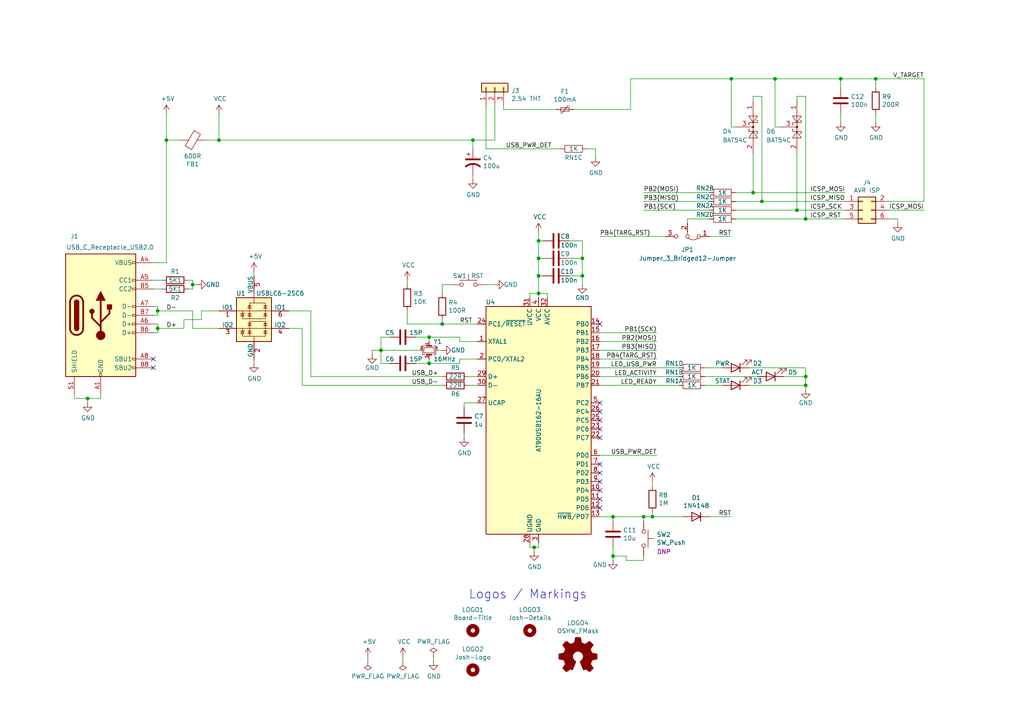
<source format=kicad_sch>
(kicad_sch (version 20201015) (generator eeschema)
  (page 1 1)
  (paper "A4")
  (title_block (title "AVRISP-MKII") (date "2020-11-20") (rev "0.2") (company "Josh Johnson"))
  (lib_symbols
    (symbol "avrisp-mkII-rescue:+5V-power" (power) (pin_names (offset 0))
      (property "Value" "+5V-power" (at 0 3.556 0))
      (symbol "+5V-power_1_1"
        (pin power_in line (at 0 0 90) (length 0) hide (name "+5V") (number "1"))
      )
    )
    (symbol "avrisp-mkII-rescue:AT90USB162-16AU-MCU_Microchip_AVR"
      (property "Reference" "U" (at -15.24 34.29 0))
      (property "Value" "AT90USB162-16AU-MCU_Microchip_AVR" (at 2.54 -34.29 0))
      (symbol "AT90USB162-16AU-MCU_Microchip_AVR_1_1"
        (pin input line (at -17.78 22.86 0) (length 2.54) (name "XTAL1") (number "1"))
        (pin bidirectional line (at 17.78 -20.32 180) (length 2.54) (name "PD4") (number "10"))
        (pin bidirectional line (at 17.78 -22.86 180) (length 2.54) (name "PD5") (number "11"))
        (pin bidirectional line (at 17.78 -25.4 180) (length 2.54) (name "PD6") (number "12"))
        (pin bidirectional line (at 17.78 -27.94 180) (length 2.54) (name "~HWB~/PD7") (number "13"))
        (pin bidirectional line (at 17.78 27.94 180) (length 2.54) (name "PB0") (number "14"))
        (pin bidirectional line (at 17.78 25.4 180) (length 2.54) (name "PB1") (number "15"))
        (pin bidirectional line (at 17.78 22.86 180) (length 2.54) (name "PB2") (number "16"))
        (pin bidirectional line (at 17.78 20.32 180) (length 2.54) (name "PB3") (number "17"))
        (pin bidirectional line (at 17.78 17.78 180) (length 2.54) (name "PB4") (number "18"))
        (pin bidirectional line (at 17.78 15.24 180) (length 2.54) (name "PB5") (number "19"))
        (pin bidirectional line (at -17.78 17.78 0) (length 2.54) (name "PC0/XTAL2") (number "2"))
        (pin bidirectional line (at 17.78 12.7 180) (length 2.54) (name "PB6") (number "20"))
        (pin bidirectional line (at 17.78 10.16 180) (length 2.54) (name "PB7") (number "21"))
        (pin bidirectional line (at 17.78 -5.08 180) (length 2.54) (name "PC7") (number "22"))
        (pin bidirectional line (at 17.78 -2.54 180) (length 2.54) (name "PC6") (number "23"))
        (pin bidirectional line (at -17.78 27.94 0) (length 2.54) (name "PC1/~RESET") (number "24"))
        (pin bidirectional line (at 17.78 0 180) (length 2.54) (name "PC5") (number "25"))
        (pin bidirectional line (at 17.78 2.54 180) (length 2.54) (name "PC4") (number "26"))
        (pin passive line (at -17.78 5.08 0) (length 2.54) (name "UCAP") (number "27"))
        (pin power_in line (at -2.54 -35.56 90) (length 2.54) (name "UGND") (number "28"))
        (pin bidirectional line (at -17.78 12.7 0) (length 2.54) (name "D+") (number "29"))
        (pin power_in line (at 0 -35.56 90) (length 2.54) (name "GND") (number "3"))
        (pin bidirectional line (at -17.78 10.16 0) (length 2.54) (name "D-") (number "30"))
        (pin power_in line (at -2.54 35.56 270) (length 2.54) (name "UVCC") (number "31"))
        (pin power_in line (at 2.54 35.56 270) (length 2.54) (name "AVCC") (number "32"))
        (pin power_in line (at 0 35.56 270) (length 2.54) (name "VCC") (number "4"))
        (pin bidirectional line (at 17.78 5.08 180) (length 2.54) (name "PC2") (number "5"))
        (pin bidirectional line (at 17.78 -10.16 180) (length 2.54) (name "PD0") (number "6"))
        (pin bidirectional line (at 17.78 -12.7 180) (length 2.54) (name "PD1") (number "7"))
        (pin bidirectional line (at 17.78 -15.24 180) (length 2.54) (name "PD2") (number "8"))
        (pin bidirectional line (at 17.78 -17.78 180) (length 2.54) (name "PD3") (number "9"))
      )
    )
    (symbol "avrisp-mkII-rescue:BAT54C-Diode" (pin_names (offset 1.016))
      (property "Reference" "D" (at 0.635 -3.81 0))
      (property "Value" "BAT54C-Diode" (at -6.35 3.175 0))
      (symbol "BAT54C-Diode_1_1"
        (pin passive line (at -7.62 0 0) (length 3.81) (name "~") (number "1"))
        (pin passive line (at 7.62 0 180) (length 3.81) (name "~") (number "2"))
        (pin passive line (at 0 -5.08 90) (length 5.08) (name "~") (number "3"))
      )
    )
    (symbol "avrisp-mkII-rescue:C-Device" (pin_numbers hide) (pin_names (offset 0.254))
      (property "Reference" "C" (at 0.635 2.54 0))
      (property "Value" "C-Device" (at 0.635 -2.54 0))
      (symbol "C-Device_1_1"
        (pin passive line (at 0 3.81 270) (length 2.794) (name "~") (number "1"))
        (pin passive line (at 0 -3.81 90) (length 2.794) (name "~") (number "2"))
      )
    )
    (symbol "avrisp-mkII-rescue:CP1-Device" (pin_numbers hide) (pin_names (offset 0.254) hide)
      (property "Reference" "C" (at 0.635 2.54 0))
      (property "Value" "CP1-Device" (at 0.635 -2.54 0))
      (symbol "CP1-Device_1_1"
        (pin passive line (at 0 3.81 270) (length 2.794) (name "~") (number "1"))
        (pin passive line (at 0 -3.81 90) (length 3.302) (name "~") (number "2"))
      )
    )
    (symbol "avrisp-mkII-rescue:Conn_01x03-Connector_Generic" (pin_names (offset 1.016) hide)
      (property "Reference" "J" (at 0 5.08 0))
      (property "Value" "Conn_01x03-Connector_Generic" (at 0 -5.08 0))
      (symbol "Conn_01x03-Connector_Generic_1_1"
        (pin passive line (at -5.08 2.54 0) (length 3.81) (name "Pin_1") (number "1"))
        (pin passive line (at -5.08 0 0) (length 3.81) (name "Pin_2") (number "2"))
        (pin passive line (at -5.08 -2.54 0) (length 3.81) (name "Pin_3") (number "3"))
      )
    )
    (symbol "avrisp-mkII-rescue:Conn_02x03_Odd_Even-Connector_Generic" (pin_names (offset 1.016) hide)
      (property "Reference" "J" (at 1.27 5.08 0))
      (property "Value" "Conn_02x03_Odd_Even-Connector_Generic" (at 1.27 -5.08 0))
      (symbol "Conn_02x03_Odd_Even-Connector_Generic_1_1"
        (pin passive line (at -5.08 2.54 0) (length 3.81) (name "Pin_1") (number "1"))
        (pin passive line (at 7.62 2.54 180) (length 3.81) (name "Pin_2") (number "2"))
        (pin passive line (at -5.08 0 0) (length 3.81) (name "Pin_3") (number "3"))
        (pin passive line (at 7.62 0 180) (length 3.81) (name "Pin_4") (number "4"))
        (pin passive line (at -5.08 -2.54 0) (length 3.81) (name "Pin_5") (number "5"))
        (pin passive line (at 7.62 -2.54 180) (length 3.81) (name "Pin_6") (number "6"))
      )
    )
    (symbol "avrisp-mkII-rescue:Crystal_GND24_Small-Device" (pin_names (offset 1.016) hide)
      (property "Reference" "Y" (at 1.27 4.445 0))
      (property "Value" "Crystal_GND24_Small-Device" (at 1.27 2.54 0))
      (symbol "Crystal_GND24_Small-Device_1_1"
        (pin passive line (at -2.54 0 0) (length 1.27) (name "1") (number "1"))
        (pin passive line (at 0 -2.54 90) (length 0.635) (name "2") (number "2"))
        (pin passive line (at 2.54 0 180) (length 1.27) (name "3") (number "3"))
        (pin passive line (at 0 2.54 270) (length 0.635) (name "4") (number "4"))
      )
    )
    (symbol "avrisp-mkII-rescue:D-Device" (pin_numbers hide) (pin_names (offset 1.016) hide)
      (property "Reference" "D" (at 0 2.54 0))
      (property "Value" "D-Device" (at 0 -2.54 0))
      (symbol "D-Device_1_1"
        (pin passive line (at -3.81 0 0) (length 2.54) (name "K") (number "1"))
        (pin passive line (at 3.81 0 180) (length 2.54) (name "A") (number "2"))
      )
    )
    (symbol "avrisp-mkII-rescue:GND-power" (power) (pin_names (offset 0))
      (property "Value" "GND-power" (at 0 -3.81 0))
      (symbol "GND-power_1_1"
        (pin power_in line (at 0 0 270) (length 0) hide (name "GND") (number "1"))
      )
    )
    (symbol "avrisp-mkII-rescue:Jumper_3_Bridged12-Jumper" (pin_names (offset 0) hide)
      (property "Reference" "JP" (at -2.54 -2.54 0))
      (property "Value" "Jumper_3_Bridged12-Jumper" (at 0 2.794 0))
      (symbol "Jumper_3_Bridged12-Jumper_1_1"
        (pin passive line (at -6.35 0 0) (length 2.54) (name "A") (number "1"))
        (pin input line (at 0 -3.81 90) (length 2.54) (name "C") (number "2"))
        (pin passive line (at 6.35 0 180) (length 2.54) (name "B") (number "3"))
      )
    )
    (symbol "avrisp-mkII-rescue:LED-Device" (pin_numbers hide) (pin_names (offset 1.016) hide)
      (property "Reference" "D" (at 0 2.54 0))
      (property "Value" "LED-Device" (at 0 -2.54 0))
      (symbol "LED-Device_1_1"
        (pin passive line (at -3.81 0 0) (length 2.54) (name "K") (number "1"))
        (pin passive line (at 3.81 0 180) (length 2.54) (name "A") (number "2"))
      )
    )
    (symbol "avrisp-mkII-rescue:Logo_Open_Hardware_Small-Graphic" (pin_names (offset 1.016)))
    (symbol "avrisp-mkII-rescue:MountingHole-Mechanical" (pin_names (offset 1.016))
      (property "Reference" "H" (at 0 5.08 0))
      (property "Value" "MountingHole-Mechanical" (at 0 3.175 0))
    )
    (symbol "avrisp-mkII-rescue:PWR_FLAG-power" (power) (pin_numbers hide) (pin_names (offset 0) hide)
      (property "Value" "PWR_FLAG-power" (at 0 3.81 0))
      (symbol "PWR_FLAG-power_0_0"
        (pin power_out line (at 0 0 90) (length 0) (name "pwr") (number "1"))
      )
    )
    (symbol "avrisp-mkII-rescue:Polyfuse_Small-Device" (pin_numbers hide) (pin_names (offset 0))
      (property "Reference" "F" (at -1.905 0 90))
      (property "Value" "Polyfuse_Small-Device" (at 1.905 0 90))
      (symbol "Polyfuse_Small-Device_1_1"
        (pin passive line (at 0 2.54 270) (length 0.635) (name "~") (number "1"))
        (pin passive line (at 0 -2.54 90) (length 0.635) (name "~") (number "2"))
      )
    )
    (symbol "avrisp-mkII-rescue:R-Device" (pin_numbers hide) (pin_names (offset 0))
      (property "Reference" "R" (at 2.032 0 90))
      (property "Value" "R-Device" (at 0 0 90))
      (symbol "R-Device_1_1"
        (pin passive line (at 0 3.81 270) (length 1.27) (name "~") (number "1"))
        (pin passive line (at 0 -3.81 90) (length 1.27) (name "~") (number "2"))
      )
    )
    (symbol "avrisp-mkII-rescue:SW_Push-Switch" (pin_numbers hide) (pin_names (offset 1.016) hide)
      (property "Reference" "SW" (at 1.27 2.54 0))
      (property "Value" "SW_Push-Switch" (at 0 -1.524 0))
      (symbol "SW_Push-Switch_0_1"
        (pin passive line (at -5.08 0 0) (length 2.54) (name "1") (number "1"))
        (pin passive line (at 5.08 0 180) (length 2.54) (name "2") (number "2"))
      )
    )
    (symbol "avrisp-mkII-rescue:USB_C_Receptacle_USB2.0-Connector" (pin_names (offset 1.016))
      (property "Reference" "J" (at -10.16 19.05 0))
      (property "Value" "USB_C_Receptacle_USB2.0-Connector" (at 19.05 19.05 0))
      (symbol "USB_C_Receptacle_USB2.0-Connector_1_1"
        (pin power_in line (at 0 -22.86 90) (length 5.08) (name "GND") (number "A1"))
        (pin passive line (at 0 -22.86 90) (length 5.08) hide (name "GND") (number "A12"))
        (pin power_in line (at 15.24 15.24 180) (length 5.08) (name "VBUS") (number "A4"))
        (pin bidirectional line (at 15.24 10.16 180) (length 5.08) (name "CC1") (number "A5"))
        (pin bidirectional line (at 15.24 -2.54 180) (length 5.08) (name "D+") (number "A6"))
        (pin bidirectional line (at 15.24 2.54 180) (length 5.08) (name "D-") (number "A7"))
        (pin bidirectional line (at 15.24 -12.7 180) (length 5.08) (name "SBU1") (number "A8"))
        (pin passive line (at 15.24 15.24 180) (length 5.08) hide (name "VBUS") (number "A9"))
        (pin passive line (at 0 -22.86 90) (length 5.08) hide (name "GND") (number "B1"))
        (pin passive line (at 0 -22.86 90) (length 5.08) hide (name "GND") (number "B12"))
        (pin passive line (at 15.24 15.24 180) (length 5.08) hide (name "VBUS") (number "B4"))
        (pin bidirectional line (at 15.24 7.62 180) (length 5.08) (name "CC2") (number "B5"))
        (pin bidirectional line (at 15.24 -5.08 180) (length 5.08) (name "D+") (number "B6"))
        (pin bidirectional line (at 15.24 0 180) (length 5.08) (name "D-") (number "B7"))
        (pin bidirectional line (at 15.24 -15.24 180) (length 5.08) (name "SBU2") (number "B8"))
        (pin passive line (at 15.24 15.24 180) (length 5.08) hide (name "VBUS") (number "B9"))
        (pin passive line (at -7.62 -22.86 90) (length 5.08) (name "SHIELD") (number "S1"))
      )
    )
    (symbol "avrisp-mkII-rescue:VCC-power" (power) (pin_names (offset 0))
      (property "Value" "VCC-power" (at 0 3.81 0))
      (symbol "VCC-power_1_1"
        (pin power_in line (at 0 0 90) (length 0) hide (name "VCC") (number "1"))
      )
    )
    (symbol "josh-ic:USBLC6-2SC6" (pin_names (offset 0))
      (property "Reference" "U" (at -7.62 8.89 0))
      (property "Value" "USBLC6-2SC6" (at 7.62 7.62 0))
      (symbol "USBLC6-2SC6_1_1"
        (pin passive line (at -10.16 2.54 0) (length 5.08) (name "IO1") (number "1"))
        (pin passive line (at 0 -11.43 90) (length 5.08) (name "GND") (number "2"))
        (pin passive line (at -10.16 -2.54 0) (length 5.08) (name "IO2") (number "3"))
        (pin passive line (at 10.16 -2.54 180) (length 5.08) (name "IO2") (number "4"))
        (pin passive line (at 0 12.7 270) (length 5.08) (name "VBUS") (number "5"))
        (pin passive line (at 10.16 2.54 180) (length 5.08) (name "IO1") (number "6"))
      )
    )
    (symbol "josh-passive:Ferrite_Bead_PWR" (pin_numbers hide) (pin_names (offset 0))
      (property "Reference" "FB" (at -2.54 1.27 0))
      (property "Value" "Ferrite_Bead_PWR" (at 0 3.81 0))
      (symbol "Ferrite_Bead_PWR_1_1"
        (pin power_out line (at 3.81 0 180) (length 2.54) (name "~") (number "1"))
        (pin passive line (at -3.81 0 0) (length 2.54) (name "~") (number "2"))
      )
    )
    (symbol "josh-passive:RN" (pin_numbers hide) (pin_names (offset 0))
      (property "Reference" "RN" (at 0 1.778 0))
      (property "Value" "RN" (at 0 0 0))
      (symbol "RN_1_1"
        (pin passive line (at -3.81 0 0) (length 1.27) (name "~") (number "4"))
        (pin passive line (at 3.81 0 180) (length 1.27) (name "~") (number "5"))
      )
      (symbol "RN_2_1"
        (pin passive line (at -3.81 0 0) (length 1.27) (name "~") (number "3"))
        (pin passive line (at 3.81 0 180) (length 1.27) (name "~") (number "6"))
      )
      (symbol "RN_3_1"
        (pin passive line (at -3.81 0 0) (length 1.27) (name "~") (number "2"))
        (pin passive line (at 3.81 0 180) (length 1.27) (name "~") (number "7"))
      )
      (symbol "RN_4_1"
        (pin passive line (at -3.81 0 0) (length 1.27) (name "~") (number "1"))
        (pin passive line (at 3.81 0 180) (length 1.27) (name "~") (number "8"))
      )
    )
  )
  (junction (at 25.4 115.57) (diameter 0.9144))
  (junction (at 45.72 90.17) (diameter 0.9144))
  (junction (at 45.72 95.25) (diameter 0.9144))
  (junction (at 48.26 40.64) (diameter 0.9144))
  (junction (at 55.88 82.55) (diameter 0.9144))
  (junction (at 63.5 40.64) (diameter 0.9144))
  (junction (at 110.49 101.6) (diameter 0.9144))
  (junction (at 124.46 97.79) (diameter 0.9144))
  (junction (at 124.46 105.41) (diameter 0.9144))
  (junction (at 128.27 93.98) (diameter 0.9144))
  (junction (at 137.16 40.64) (diameter 0.9144))
  (junction (at 154.94 158.75) (diameter 0.9144))
  (junction (at 156.21 69.85) (diameter 0.9144))
  (junction (at 156.21 74.93) (diameter 0.9144))
  (junction (at 156.21 80.01) (diameter 0.9144))
  (junction (at 156.21 85.09) (diameter 0.9144))
  (junction (at 168.91 74.93) (diameter 0.9144))
  (junction (at 168.91 80.01) (diameter 0.9144))
  (junction (at 177.8 149.86) (diameter 0.9144))
  (junction (at 177.8 161.29) (diameter 0.9144))
  (junction (at 186.69 149.86) (diameter 0.9144))
  (junction (at 189.23 149.86) (diameter 0.9144))
  (junction (at 212.09 22.86) (diameter 0.9144))
  (junction (at 218.44 55.88) (diameter 0.9144))
  (junction (at 220.98 58.42) (diameter 0.9144))
  (junction (at 224.79 22.86) (diameter 0.9144))
  (junction (at 231.14 60.96) (diameter 0.9144))
  (junction (at 233.68 63.5) (diameter 0.9144))
  (junction (at 233.68 109.22) (diameter 0.9144))
  (junction (at 233.68 111.76) (diameter 0.9144))
  (junction (at 243.84 22.86) (diameter 0.9144))
  (junction (at 254 22.86) (diameter 0.9144))
  (no_connect (at 173.99 139.7))
  (no_connect (at 173.99 127))
  (no_connect (at 173.99 124.46))
  (no_connect (at 44.45 106.68))
  (no_connect (at 173.99 144.78))
  (no_connect (at 173.99 134.62))
  (no_connect (at 44.45 104.14))
  (no_connect (at 173.99 121.92))
  (no_connect (at 173.99 137.16))
  (no_connect (at 173.99 142.24))
  (no_connect (at 173.99 116.84))
  (no_connect (at 173.99 119.38))
  (no_connect (at 173.99 147.32))
  (no_connect (at 173.99 93.98))
  (wire (pts (xy 21.59 115.57) (xy 21.59 114.3)))
  (wire (pts (xy 25.4 115.57) (xy 21.59 115.57)))
  (wire (pts (xy 25.4 116.84) (xy 25.4 115.57)))
  (wire (pts (xy 29.21 114.3) (xy 29.21 115.57)))
  (wire (pts (xy 29.21 115.57) (xy 25.4 115.57)))
  (wire (pts (xy 44.45 76.2) (xy 48.26 76.2)))
  (wire (pts (xy 44.45 81.28) (xy 46.99 81.28)))
  (wire (pts (xy 44.45 88.9) (xy 45.72 88.9)))
  (wire (pts (xy 44.45 93.98) (xy 45.72 93.98)))
  (wire (pts (xy 45.72 88.9) (xy 45.72 90.17)))
  (wire (pts (xy 45.72 90.17) (xy 45.72 91.44)))
  (wire (pts (xy 45.72 90.17) (xy 55.88 90.17)))
  (wire (pts (xy 45.72 91.44) (xy 44.45 91.44)))
  (wire (pts (xy 45.72 93.98) (xy 45.72 95.25)))
  (wire (pts (xy 45.72 95.25) (xy 45.72 96.52)))
  (wire (pts (xy 45.72 95.25) (xy 53.34 95.25)))
  (wire (pts (xy 45.72 96.52) (xy 44.45 96.52)))
  (wire (pts (xy 46.99 83.82) (xy 44.45 83.82)))
  (wire (pts (xy 48.26 33.02) (xy 48.26 40.64)))
  (wire (pts (xy 48.26 40.64) (xy 52.07 40.64)))
  (wire (pts (xy 48.26 76.2) (xy 48.26 40.64)))
  (wire (pts (xy 53.34 92.71) (xy 58.42 92.71)))
  (wire (pts (xy 53.34 95.25) (xy 53.34 92.71)))
  (wire (pts (xy 54.61 81.28) (xy 55.88 81.28)))
  (wire (pts (xy 55.88 81.28) (xy 55.88 82.55)))
  (wire (pts (xy 55.88 82.55) (xy 55.88 83.82)))
  (wire (pts (xy 55.88 82.55) (xy 57.15 82.55)))
  (wire (pts (xy 55.88 83.82) (xy 54.61 83.82)))
  (wire (pts (xy 55.88 90.17) (xy 55.88 95.25)))
  (wire (pts (xy 55.88 95.25) (xy 63.5 95.25)))
  (wire (pts (xy 58.42 90.17) (xy 63.5 90.17)))
  (wire (pts (xy 58.42 92.71) (xy 58.42 90.17)))
  (wire (pts (xy 59.69 40.64) (xy 63.5 40.64)))
  (wire (pts (xy 63.5 33.02) (xy 63.5 40.64)))
  (wire (pts (xy 63.5 40.64) (xy 137.16 40.64)))
  (wire (pts (xy 73.66 78.74) (xy 73.66 80.01)))
  (wire (pts (xy 73.66 105.41) (xy 73.66 104.14)))
  (wire (pts (xy 87.63 95.25) (xy 83.82 95.25)))
  (wire (pts (xy 87.63 111.76) (xy 87.63 95.25)))
  (wire (pts (xy 90.17 90.17) (xy 83.82 90.17)))
  (wire (pts (xy 90.17 109.22) (xy 90.17 90.17)))
  (wire (pts (xy 106.68 190.5) (xy 106.68 191.77)))
  (wire (pts (xy 107.95 101.6) (xy 107.95 102.87)))
  (wire (pts (xy 107.95 101.6) (xy 110.49 101.6)))
  (wire (pts (xy 110.49 97.79) (xy 110.49 101.6)))
  (wire (pts (xy 110.49 101.6) (xy 110.49 105.41)))
  (wire (pts (xy 110.49 101.6) (xy 121.92 101.6)))
  (wire (pts (xy 110.49 105.41) (xy 113.03 105.41)))
  (wire (pts (xy 113.03 97.79) (xy 110.49 97.79)))
  (wire (pts (xy 116.84 190.5) (xy 116.84 191.77)))
  (wire (pts (xy 118.11 81.28) (xy 118.11 82.55)))
  (wire (pts (xy 118.11 90.17) (xy 118.11 93.98)))
  (wire (pts (xy 118.11 93.98) (xy 128.27 93.98)))
  (wire (pts (xy 120.65 97.79) (xy 124.46 97.79)))
  (wire (pts (xy 120.65 105.41) (xy 124.46 105.41)))
  (wire (pts (xy 124.46 97.79) (xy 133.35 97.79)))
  (wire (pts (xy 124.46 99.06) (xy 124.46 97.79)))
  (wire (pts (xy 124.46 104.14) (xy 124.46 105.41)))
  (wire (pts (xy 124.46 105.41) (xy 133.35 105.41)))
  (wire (pts (xy 125.73 191.77) (xy 125.73 190.5)))
  (wire (pts (xy 128.27 82.55) (xy 128.27 85.09)))
  (wire (pts (xy 128.27 92.71) (xy 128.27 93.98)))
  (wire (pts (xy 128.27 93.98) (xy 138.43 93.98)))
  (wire (pts (xy 128.27 101.6) (xy 127 101.6)))
  (wire (pts (xy 128.27 109.22) (xy 90.17 109.22)))
  (wire (pts (xy 128.27 111.76) (xy 87.63 111.76)))
  (wire (pts (xy 130.81 82.55) (xy 128.27 82.55)))
  (wire (pts (xy 133.35 97.79) (xy 133.35 99.06)))
  (wire (pts (xy 133.35 99.06) (xy 138.43 99.06)))
  (wire (pts (xy 133.35 104.14) (xy 138.43 104.14)))
  (wire (pts (xy 133.35 105.41) (xy 133.35 104.14)))
  (wire (pts (xy 134.62 116.84) (xy 134.62 118.11)))
  (wire (pts (xy 134.62 125.73) (xy 134.62 127)))
  (wire (pts (xy 135.89 109.22) (xy 138.43 109.22)))
  (wire (pts (xy 135.89 111.76) (xy 138.43 111.76)))
  (wire (pts (xy 137.16 40.64) (xy 137.16 43.18)))
  (wire (pts (xy 137.16 40.64) (xy 143.51 40.64)))
  (wire (pts (xy 137.16 50.8) (xy 137.16 52.07)))
  (wire (pts (xy 138.43 116.84) (xy 134.62 116.84)))
  (wire (pts (xy 140.97 30.48) (xy 140.97 43.18)))
  (wire (pts (xy 140.97 43.18) (xy 162.56 43.18)))
  (wire (pts (xy 140.97 82.55) (xy 143.51 82.55)))
  (wire (pts (xy 143.51 40.64) (xy 143.51 30.48)))
  (wire (pts (xy 146.05 31.75) (xy 146.05 30.48)))
  (wire (pts (xy 153.67 85.09) (xy 156.21 85.09)))
  (wire (pts (xy 153.67 86.36) (xy 153.67 85.09)))
  (wire (pts (xy 153.67 157.48) (xy 153.67 158.75)))
  (wire (pts (xy 153.67 158.75) (xy 154.94 158.75)))
  (wire (pts (xy 154.94 158.75) (xy 156.21 158.75)))
  (wire (pts (xy 154.94 160.02) (xy 154.94 158.75)))
  (wire (pts (xy 156.21 67.31) (xy 156.21 69.85)))
  (wire (pts (xy 156.21 69.85) (xy 156.21 74.93)))
  (wire (pts (xy 156.21 74.93) (xy 156.21 80.01)))
  (wire (pts (xy 156.21 85.09) (xy 156.21 80.01)))
  (wire (pts (xy 156.21 85.09) (xy 156.21 86.36)))
  (wire (pts (xy 156.21 85.09) (xy 158.75 85.09)))
  (wire (pts (xy 156.21 158.75) (xy 156.21 157.48)))
  (wire (pts (xy 157.48 69.85) (xy 156.21 69.85)))
  (wire (pts (xy 157.48 74.93) (xy 156.21 74.93)))
  (wire (pts (xy 157.48 80.01) (xy 156.21 80.01)))
  (wire (pts (xy 158.75 85.09) (xy 158.75 86.36)))
  (wire (pts (xy 161.29 31.75) (xy 146.05 31.75)))
  (wire (pts (xy 165.1 69.85) (xy 168.91 69.85)))
  (wire (pts (xy 165.1 74.93) (xy 168.91 74.93)))
  (wire (pts (xy 165.1 80.01) (xy 168.91 80.01)))
  (wire (pts (xy 166.37 31.75) (xy 182.88 31.75)))
  (wire (pts (xy 168.91 69.85) (xy 168.91 74.93)))
  (wire (pts (xy 168.91 74.93) (xy 168.91 80.01)))
  (wire (pts (xy 168.91 80.01) (xy 168.91 82.55)))
  (wire (pts (xy 170.18 43.18) (xy 172.72 43.18)))
  (wire (pts (xy 172.72 43.18) (xy 172.72 45.72)))
  (wire (pts (xy 173.99 106.68) (xy 196.85 106.68)))
  (wire (pts (xy 173.99 109.22) (xy 196.85 109.22)))
  (wire (pts (xy 173.99 111.76) (xy 196.85 111.76)))
  (wire (pts (xy 173.99 132.08) (xy 190.5 132.08)))
  (wire (pts (xy 177.8 149.86) (xy 173.99 149.86)))
  (wire (pts (xy 177.8 151.13) (xy 177.8 149.86)))
  (wire (pts (xy 177.8 161.29) (xy 177.8 158.75)))
  (wire (pts (xy 177.8 162.56) (xy 177.8 161.29)))
  (wire (pts (xy 181.61 161.29) (xy 177.8 161.29)))
  (wire (pts (xy 181.61 162.56) (xy 181.61 161.29)))
  (wire (pts (xy 182.88 22.86) (xy 212.09 22.86)))
  (wire (pts (xy 182.88 31.75) (xy 182.88 22.86)))
  (wire (pts (xy 186.69 149.86) (xy 177.8 149.86)))
  (wire (pts (xy 186.69 151.13) (xy 186.69 149.86)))
  (wire (pts (xy 186.69 161.29) (xy 186.69 162.56)))
  (wire (pts (xy 186.69 162.56) (xy 181.61 162.56)))
  (wire (pts (xy 189.23 139.7) (xy 189.23 140.97)))
  (wire (pts (xy 189.23 148.59) (xy 189.23 149.86)))
  (wire (pts (xy 189.23 149.86) (xy 186.69 149.86)))
  (wire (pts (xy 190.5 96.52) (xy 173.99 96.52)))
  (wire (pts (xy 190.5 99.06) (xy 173.99 99.06)))
  (wire (pts (xy 190.5 101.6) (xy 173.99 101.6)))
  (wire (pts (xy 190.5 104.14) (xy 173.99 104.14)))
  (wire (pts (xy 193.04 68.58) (xy 173.99 68.58)))
  (wire (pts (xy 198.12 149.86) (xy 189.23 149.86)))
  (wire (pts (xy 199.39 63.5) (xy 205.74 63.5)))
  (wire (pts (xy 199.39 64.77) (xy 199.39 63.5)))
  (wire (pts (xy 204.47 109.22) (xy 219.71 109.22)))
  (wire (pts (xy 204.47 111.76) (xy 209.55 111.76)))
  (wire (pts (xy 205.74 55.88) (xy 186.69 55.88)))
  (wire (pts (xy 205.74 58.42) (xy 186.69 58.42)))
  (wire (pts (xy 205.74 60.96) (xy 186.69 60.96)))
  (wire (pts (xy 205.74 68.58) (xy 212.09 68.58)))
  (wire (pts (xy 209.55 106.68) (xy 204.47 106.68)))
  (wire (pts (xy 212.09 22.86) (xy 224.79 22.86)))
  (wire (pts (xy 212.09 36.83) (xy 212.09 22.86)))
  (wire (pts (xy 212.09 149.86) (xy 205.74 149.86)))
  (wire (pts (xy 213.36 36.83) (xy 212.09 36.83)))
  (wire (pts (xy 213.36 55.88) (xy 218.44 55.88)))
  (wire (pts (xy 213.36 58.42) (xy 220.98 58.42)))
  (wire (pts (xy 213.36 60.96) (xy 231.14 60.96)))
  (wire (pts (xy 213.36 63.5) (xy 233.68 63.5)))
  (wire (pts (xy 217.17 106.68) (xy 233.68 106.68)))
  (wire (pts (xy 217.17 111.76) (xy 233.68 111.76)))
  (wire (pts (xy 218.44 27.94) (xy 220.98 27.94)))
  (wire (pts (xy 218.44 29.21) (xy 218.44 27.94)))
  (wire (pts (xy 218.44 44.45) (xy 218.44 55.88)))
  (wire (pts (xy 218.44 55.88) (xy 245.11 55.88)))
  (wire (pts (xy 220.98 27.94) (xy 220.98 58.42)))
  (wire (pts (xy 220.98 58.42) (xy 245.11 58.42)))
  (wire (pts (xy 224.79 22.86) (xy 243.84 22.86)))
  (wire (pts (xy 224.79 36.83) (xy 224.79 22.86)))
  (wire (pts (xy 226.06 36.83) (xy 224.79 36.83)))
  (wire (pts (xy 227.33 109.22) (xy 233.68 109.22)))
  (wire (pts (xy 231.14 27.94) (xy 233.68 27.94)))
  (wire (pts (xy 231.14 29.21) (xy 231.14 27.94)))
  (wire (pts (xy 231.14 44.45) (xy 231.14 60.96)))
  (wire (pts (xy 231.14 60.96) (xy 245.11 60.96)))
  (wire (pts (xy 233.68 27.94) (xy 233.68 63.5)))
  (wire (pts (xy 233.68 63.5) (xy 245.11 63.5)))
  (wire (pts (xy 233.68 106.68) (xy 233.68 109.22)))
  (wire (pts (xy 233.68 109.22) (xy 233.68 111.76)))
  (wire (pts (xy 233.68 111.76) (xy 233.68 113.03)))
  (wire (pts (xy 243.84 22.86) (xy 243.84 25.4)))
  (wire (pts (xy 243.84 22.86) (xy 254 22.86)))
  (wire (pts (xy 243.84 33.02) (xy 243.84 35.56)))
  (wire (pts (xy 254 22.86) (xy 267.97 22.86)))
  (wire (pts (xy 254 25.4) (xy 254 22.86)))
  (wire (pts (xy 254 33.02) (xy 254 35.56)))
  (wire (pts (xy 257.81 58.42) (xy 267.97 58.42)))
  (wire (pts (xy 257.81 60.96) (xy 267.97 60.96)))
  (wire (pts (xy 257.81 63.5) (xy 260.35 63.5)))
  (wire (pts (xy 260.35 63.5) (xy 260.35 64.77)))
  (wire (pts (xy 267.97 22.86) (xy 267.97 58.42)))
  (text "Logos / Markings" (at 135.89 173.99 0) (effects (font (size 2.54 2.54)) (justify left bottom)))
  (label "D-" (at 48.26 90.17 0))
  (label "D+" (at 48.26 95.25 0))
  (label "USB_D+" (at 119.38 109.22 0))
  (label "USB_D-" (at 119.38 111.76 0))
  (label "RST" (at 133.35 93.98 0))
  (label "USB_PWR_DET" (at 160.02 43.18 180))
  (label "PB4(TARG_RST)" (at 173.99 68.58 0))
  (label "PB2(MOSI)" (at 186.69 55.88 0))
  (label "PB3(MISO)" (at 186.69 58.42 0))
  (label "PB1(SCK)" (at 186.69 60.96 0))
  (label "PB1(SCK)" (at 190.5 96.52 180))
  (label "PB2(MOSI)" (at 190.5 99.06 180))
  (label "PB3(MISO)" (at 190.5 101.6 180))
  (label "PB4(TARG_RST)" (at 190.5 104.14 180))
  (label "LED_USB_PWR" (at 190.5 106.68 180))
  (label "LED_ACTIVITY" (at 190.5 109.22 180))
  (label "LED_READY" (at 190.5 111.76 180))
  (label "USB_PWR_DET" (at 190.5 132.08 180))
  (label "RST" (at 212.09 68.58 180))
  (label "RST" (at 212.09 149.86 180))
  (label "ICSP_MISO" (at 234.95 58.42 0))
  (label "ICSP_SCK" (at 234.95 60.96 0))
  (label "ICSP_RST" (at 234.95 63.5 0))
  (label "ICSP_MOSI" (at 245.11 55.88 180))
  (label "V_TARGET" (at 267.97 22.86 180))
  (label "ICSP_MOSI" (at 267.97 60.96 180))
  (symbol (lib_id "avrisp-mkII-rescue:PWR_FLAG-power") (at 106.68 191.77 180) (unit 1)
    (property "Reference" "#FLG01" (effects hide))
    (property "Value" "PWR_FLAG" (at 106.68 196.1642 0))
  )
  (symbol (lib_id "avrisp-mkII-rescue:PWR_FLAG-power") (at 116.84 191.77 180) (unit 1)
    (property "Reference" "#FLG02" (effects hide))
    (property "Value" "PWR_FLAG" (at 116.84 196.1642 0))
  )
  (symbol (lib_id "avrisp-mkII-rescue:PWR_FLAG-power") (at 125.73 190.5 0) (unit 1)
    (property "Reference" "#FLG03" (effects hide))
    (property "Value" "PWR_FLAG" (at 125.73 186.1058 0))
  )
  (symbol (lib_id "avrisp-mkII-rescue:+5V-power") (at 48.26 33.02 0) (unit 1)
    (property "Reference" "#PWR03" (effects hide))
    (property "Value" "+5V" (at 48.641 28.6258 0))
  )
  (symbol (lib_id "avrisp-mkII-rescue:VCC-power") (at 63.5 33.02 0) (unit 1)
    (property "Reference" "#PWR0101" (effects hide))
    (property "Value" "VCC" (at 63.881 28.6258 0))
  )
  (symbol (lib_id "avrisp-mkII-rescue:+5V-power") (at 73.66 78.74 0) (unit 1)
    (property "Reference" "#PWR05" (effects hide))
    (property "Value" "+5V" (at 74.041 74.3458 0))
  )
  (symbol (lib_id "avrisp-mkII-rescue:+5V-power") (at 106.68 190.5 0) (unit 1)
    (property "Reference" "#PWR012" (effects hide))
    (property "Value" "+5V" (at 107.061 186.1058 0))
  )
  (symbol (lib_id "avrisp-mkII-rescue:VCC-power") (at 116.84 190.5 0) (unit 1)
    (property "Reference" "#PWR015" (effects hide))
    (property "Value" "VCC" (at 117.221 186.1058 0))
  )
  (symbol (lib_id "avrisp-mkII-rescue:VCC-power") (at 118.11 81.28 0) (unit 1)
    (property "Reference" "#PWR016" (effects hide))
    (property "Value" "VCC" (at 118.491 76.8858 0))
  )
  (symbol (lib_id "avrisp-mkII-rescue:VCC-power") (at 156.21 67.31 0) (unit 1)
    (property "Reference" "#PWR023" (effects hide))
    (property "Value" "VCC" (at 156.591 62.9158 0))
  )
  (symbol (lib_id "avrisp-mkII-rescue:VCC-power") (at 189.23 139.7 0) (unit 1)
    (property "Reference" "#PWR027" (effects hide))
    (property "Value" "VCC" (at 189.611 135.3058 0))
  )
  (symbol (lib_id "avrisp-mkII-rescue:GND-power") (at 25.4 116.84 0) (unit 1)
    (property "Reference" "#PWR01" (effects hide))
    (property "Value" "GND" (at 25.527 121.2342 0))
  )
  (symbol (lib_id "avrisp-mkII-rescue:GND-power") (at 57.15 82.55 90) (unit 1)
    (property "Reference" "#PWR02" (effects hide))
    (property "Value" "GND" (at 59.69 82.55 90) (effects (justify right)))
  )
  (symbol (lib_id "avrisp-mkII-rescue:GND-power") (at 73.66 105.41 0) (unit 1)
    (property "Reference" "#PWR06" (effects hide))
    (property "Value" "GND" (at 73.787 109.8042 0))
  )
  (symbol (lib_id "avrisp-mkII-rescue:GND-power") (at 107.95 102.87 0) (unit 1)
    (property "Reference" "#PWR013" (effects hide))
    (property "Value" "GND" (at 107.95 106.68 0))
  )
  (symbol (lib_id "avrisp-mkII-rescue:GND-power") (at 125.73 191.77 0) (unit 1)
    (property "Reference" "#PWR017" (effects hide))
    (property "Value" "GND" (at 125.857 196.1642 0))
  )
  (symbol (lib_id "avrisp-mkII-rescue:GND-power") (at 128.27 101.6 90) (unit 1)
    (property "Reference" "#PWR018" (effects hide))
    (property "Value" "GND" (at 130.81 101.6 90) (effects (justify right)))
  )
  (symbol (lib_id "avrisp-mkII-rescue:GND-power") (at 134.62 127 0) (unit 1)
    (property "Reference" "#PWR020" (effects hide))
    (property "Value" "GND" (at 134.747 131.3942 0))
  )
  (symbol (lib_id "avrisp-mkII-rescue:GND-power") (at 137.16 52.07 0) (unit 1)
    (property "Reference" "#PWR014" (effects hide))
    (property "Value" "GND" (at 137.287 56.4642 0))
  )
  (symbol (lib_id "avrisp-mkII-rescue:GND-power") (at 143.51 82.55 90) (unit 1)
    (property "Reference" "#PWR021" (effects hide))
    (property "Value" "GND" (at 146.05 82.55 90) (effects (justify right)))
  )
  (symbol (lib_id "avrisp-mkII-rescue:GND-power") (at 154.94 160.02 0) (unit 1)
    (property "Reference" "#PWR022" (effects hide))
    (property "Value" "GND" (at 155.067 164.4142 0))
  )
  (symbol (lib_id "avrisp-mkII-rescue:GND-power") (at 168.91 82.55 0) (unit 1)
    (property "Reference" "#PWR024" (effects hide))
    (property "Value" "GND" (at 168.91 86.36 0))
  )
  (symbol (lib_id "avrisp-mkII-rescue:GND-power") (at 172.72 45.72 0) (unit 1)
    (property "Reference" "#PWR025" (effects hide))
    (property "Value" "GND" (at 172.847 50.1142 0))
  )
  (symbol (lib_id "avrisp-mkII-rescue:GND-power") (at 177.8 162.56 0) (unit 1)
    (property "Reference" "#PWR026" (effects hide))
    (property "Value" "GND" (at 173.99 163.83 0))
  )
  (symbol (lib_id "avrisp-mkII-rescue:GND-power") (at 233.68 113.03 0) (unit 1)
    (property "Reference" "#PWR028" (effects hide))
    (property "Value" "GND" (at 233.68 116.84 0))
  )
  (symbol (lib_id "avrisp-mkII-rescue:GND-power") (at 243.84 35.56 0) (unit 1)
    (property "Reference" "#PWR029" (effects hide))
    (property "Value" "GND" (at 243.967 39.9542 0))
  )
  (symbol (lib_id "avrisp-mkII-rescue:GND-power") (at 254 35.56 0) (unit 1)
    (property "Reference" "#PWR030" (effects hide))
    (property "Value" "GND" (at 254.127 39.9542 0))
  )
  (symbol (lib_id "avrisp-mkII-rescue:GND-power") (at 260.35 64.77 0) (unit 1)
    (property "Reference" "#PWR031" (effects hide))
    (property "Value" "GND" (at 260.477 69.1642 0))
  )
  (symbol (lib_id "avrisp-mkII-rescue:Polyfuse_Small-Device") (at 163.83 31.75 270) (unit 1)
    (property "Reference" "F1" (at 163.83 26.543 90))
    (property "Value" "100mA" (at 163.83 28.8544 90))
    (property "Footprint" "josh-passives-smt:Fuse_0805_2012Metric" (effects hide))
  )
  (symbol (lib_id "avrisp-mkII-rescue:MountingHole-Mechanical") (at 137.16 182.88 0) (unit 1)
    (property "Reference" "LOGO1" (at 137.16 176.8602 0))
    (property "Value" "Board-Title" (at 137.16 179.1716 0))
    (property "Footprint" "josh-logos:board-title" (effects hide))
  )
  (symbol (lib_id "avrisp-mkII-rescue:MountingHole-Mechanical") (at 137.16 194.31 0) (unit 1)
    (property "Reference" "LOGO2" (at 137.16 188.2902 0))
    (property "Value" "Josh-Logo" (at 137.16 190.6016 0))
    (property "Footprint" "josh-logos:josh-johnson-logo-8_6x1_5" (effects hide))
  )
  (symbol (lib_id "avrisp-mkII-rescue:MountingHole-Mechanical") (at 153.67 182.88 0) (unit 1)
    (property "Reference" "LOGO3" (at 153.67 176.8602 0))
    (property "Value" "Josh-Details" (at 153.67 179.1716 0))
    (property "Footprint" "josh-logos:josh-details" (effects hide))
  )
  (symbol (lib_id "josh-passive:RN") (at 166.37 43.18 180) (unit 3)
    (property "Reference" "RN1" (at 166.37 45.72 0))
    (property "Value" "1K" (at 166.37 43.18 0))
    (property "Footprint" "Resistor_SMD:R_Array_Convex_4x0603" (effects hide))
  )
  (symbol (lib_id "josh-passive:RN") (at 200.66 106.68 0) (unit 4)
    (property "Reference" "RN1" (at 195.58 105.41 0))
    (property "Value" "1K" (at 200.66 106.68 0))
    (property "Footprint" "Resistor_SMD:R_Array_Convex_4x0603" (effects hide))
  )
  (symbol (lib_id "josh-passive:RN") (at 200.66 109.22 0) (unit 2)
    (property "Reference" "RN1" (at 195.58 107.95 0))
    (property "Value" "1K" (at 200.66 109.22 0))
    (property "Footprint" "Resistor_SMD:R_Array_Convex_4x0603" (effects hide))
  )
  (symbol (lib_id "josh-passive:RN") (at 200.66 111.76 0) (unit 1)
    (property "Reference" "RN1" (at 195.58 110.49 0))
    (property "Value" "1K" (at 200.66 111.76 0))
    (property "Footprint" "Resistor_SMD:R_Array_Convex_4x0603" (effects hide))
  )
  (symbol (lib_id "josh-passive:RN") (at 209.55 55.88 0) (unit 2)
    (property "Reference" "RN2" (at 204.47 54.61 0))
    (property "Value" "1K" (at 209.55 55.88 0))
    (property "Footprint" "Resistor_SMD:R_Array_Convex_4x0603" (effects hide))
  )
  (symbol (lib_id "josh-passive:RN") (at 209.55 58.42 0) (unit 3)
    (property "Reference" "RN2" (at 204.47 57.15 0))
    (property "Value" "1K" (at 209.55 58.42 0))
    (property "Footprint" "Resistor_SMD:R_Array_Convex_4x0603" (effects hide))
  )
  (symbol (lib_id "josh-passive:RN") (at 209.55 60.96 0) (unit 1)
    (property "Reference" "RN2" (at 204.47 59.69 0))
    (property "Value" "1K" (at 209.55 60.96 0))
    (property "Footprint" "Resistor_SMD:R_Array_Convex_4x0603" (effects hide))
  )
  (symbol (lib_id "josh-passive:RN") (at 209.55 63.5 0) (unit 4)
    (property "Reference" "RN2" (at 204.47 62.23 0))
    (property "Value" "1K" (at 209.55 63.5 0))
    (property "Footprint" "Resistor_SMD:R_Array_Convex_4x0603" (effects hide))
  )
  (symbol (lib_id "avrisp-mkII-rescue:R-Device") (at 50.8 81.28 270) (unit 1)
    (property "Reference" "R1" (at 50.8 78.74 90))
    (property "Value" "5K1" (at 50.8 81.28 90))
    (property "Footprint" "Resistor_SMD:R_0603_1608Metric" (effects hide))
  )
  (symbol (lib_id "avrisp-mkII-rescue:R-Device") (at 50.8 83.82 270) (unit 1)
    (property "Reference" "R2" (at 50.8 86.36 90))
    (property "Value" "5K1" (at 50.8 83.82 90))
    (property "Footprint" "Resistor_SMD:R_0603_1608Metric" (effects hide))
  )
  (symbol (lib_id "avrisp-mkII-rescue:R-Device") (at 118.11 86.36 0) (unit 1)
    (property "Reference" "R3" (at 119.888 85.1916 0) (effects (justify left)))
    (property "Value" "10K" (at 119.888 87.503 0) (effects (justify left)))
    (property "Footprint" "Resistor_SMD:R_0603_1608Metric" (effects hide))
  )
  (symbol (lib_id "avrisp-mkII-rescue:R-Device") (at 128.27 88.9 0) (unit 1)
    (property "Reference" "R4" (at 130.048 87.7316 0) (effects (justify left)))
    (property "Value" "100R" (at 130.048 90.043 0) (effects (justify left)))
    (property "Footprint" "Resistor_SMD:R_0603_1608Metric" (effects hide))
  )
  (symbol (lib_id "avrisp-mkII-rescue:R-Device") (at 132.08 109.22 270) (unit 1)
    (property "Reference" "R5" (at 132.08 106.68 90))
    (property "Value" "22R" (at 132.08 109.22 90))
    (property "Footprint" "Resistor_SMD:R_0603_1608Metric" (effects hide))
  )
  (symbol (lib_id "avrisp-mkII-rescue:R-Device") (at 132.08 111.76 270) (unit 1)
    (property "Reference" "R6" (at 132.08 114.3 90))
    (property "Value" "22R" (at 132.08 111.76 90))
    (property "Footprint" "Resistor_SMD:R_0603_1608Metric" (effects hide))
  )
  (symbol (lib_id "avrisp-mkII-rescue:R-Device") (at 189.23 144.78 0) (unit 1)
    (property "Reference" "R8" (at 191.008 143.6116 0) (effects (justify left)))
    (property "Value" "1M" (at 191.008 145.923 0) (effects (justify left)))
    (property "Footprint" "Resistor_SMD:R_0603_1608Metric" (effects hide))
  )
  (symbol (lib_id "avrisp-mkII-rescue:R-Device") (at 254 29.21 0) (unit 1)
    (property "Reference" "R9" (at 255.778 28.0416 0) (effects (justify left)))
    (property "Value" "200R" (at 255.778 30.353 0) (effects (justify left)))
    (property "Footprint" "Resistor_SMD:R_0603_1608Metric" (effects hide))
  )
  (symbol (lib_id "avrisp-mkII-rescue:D-Device") (at 201.93 149.86 180) (unit 1)
    (property "Reference" "D1" (at 201.93 144.3482 0))
    (property "Value" "1N4148" (at 201.93 146.6596 0))
    (property "Footprint" "Diode_SMD:D_SOD-323" (effects hide))
  )
  (symbol (lib_id "avrisp-mkII-rescue:LED-Device") (at 213.36 106.68 180) (unit 1)
    (property "Reference" "D2" (at 219.71 105.41 0))
    (property "Value" "PWR" (at 209.55 105.41 0))
    (property "Footprint" "LED_SMD:LED_0603_1608Metric" (effects hide))
  )
  (symbol (lib_id "avrisp-mkII-rescue:LED-Device") (at 213.36 111.76 180) (unit 1)
    (property "Reference" "D3" (at 219.71 110.49 0))
    (property "Value" "STAT" (at 209.55 110.49 0))
    (property "Footprint" "LED_SMD:LED_0603_1608Metric" (effects hide))
  )
  (symbol (lib_id "avrisp-mkII-rescue:LED-Device") (at 223.52 109.22 180) (unit 1)
    (property "Reference" "D5" (at 229.87 107.95 0))
    (property "Value" "ACT" (at 219.71 107.95 0))
    (property "Footprint" "LED_SMD:LED_0603_1608Metric" (effects hide))
  )
  (symbol (lib_id "avrisp-mkII-rescue:Crystal_GND24_Small-Device") (at 124.46 101.6 270) (unit 1)
    (property "Reference" "Y1" (at 125.73 99.06 90) (effects (justify left)))
    (property "Value" "16MHz" (at 125.73 104.14 90) (effects (justify left)))
    (property "Footprint" "josh-oscillators:Crystal_SMD_3225-4Pin_3.2x2.5mm" (effects hide))
  )
  (symbol (lib_id "avrisp-mkII-rescue:C-Device") (at 116.84 97.79 270) (unit 1)
    (property "Reference" "C5" (at 113.03 96.52 90))
    (property "Value" "15P" (at 120.65 96.52 90))
    (property "Footprint" "Capacitor_SMD:C_0603_1608Metric" (effects hide))
  )
  (symbol (lib_id "avrisp-mkII-rescue:C-Device") (at 116.84 105.41 270) (unit 1)
    (property "Reference" "C6" (at 113.03 104.14 90))
    (property "Value" "15P" (at 120.65 104.14 90))
    (property "Footprint" "Capacitor_SMD:C_0603_1608Metric" (effects hide))
  )
  (symbol (lib_id "avrisp-mkII-rescue:C-Device") (at 134.62 121.92 0) (unit 1)
    (property "Reference" "C7" (at 137.541 120.7516 0) (effects (justify left)))
    (property "Value" "1u" (at 137.541 123.063 0) (effects (justify left)))
    (property "Footprint" "Capacitor_SMD:C_0603_1608Metric" (effects hide))
  )
  (symbol (lib_id "avrisp-mkII-rescue:CP1-Device") (at 137.16 46.99 0) (unit 1)
    (property "Reference" "C4" (at 140.081 45.8216 0) (effects (justify left)))
    (property "Value" "100u" (at 140.081 48.133 0) (effects (justify left)))
    (property "Footprint" "Capacitor_Tantalum_SMD:CP_EIA-3216-10_Kemet-I" (effects hide))
  )
  (symbol (lib_id "avrisp-mkII-rescue:C-Device") (at 161.29 69.85 270) (unit 1)
    (property "Reference" "C8" (at 162.56 68.58 90) (effects (justify left)))
    (property "Value" "100n" (at 162.56 71.12 90) (effects (justify left)))
    (property "Footprint" "Capacitor_SMD:C_0603_1608Metric" (effects hide))
  )
  (symbol (lib_id "avrisp-mkII-rescue:C-Device") (at 161.29 74.93 270) (unit 1)
    (property "Reference" "C9" (at 162.56 73.66 90) (effects (justify left)))
    (property "Value" "100n" (at 162.56 76.2 90) (effects (justify left)))
    (property "Footprint" "Capacitor_SMD:C_0603_1608Metric" (effects hide))
  )
  (symbol (lib_id "avrisp-mkII-rescue:C-Device") (at 161.29 80.01 270) (unit 1)
    (property "Reference" "C10" (at 162.56 78.74 90) (effects (justify left)))
    (property "Value" "100n" (at 162.56 81.28 90) (effects (justify left)))
    (property "Footprint" "Capacitor_SMD:C_0603_1608Metric" (effects hide))
  )
  (symbol (lib_id "avrisp-mkII-rescue:C-Device") (at 177.8 154.94 0) (unit 1)
    (property "Reference" "C11" (at 180.721 153.7716 0) (effects (justify left)))
    (property "Value" "10u" (at 180.721 156.083 0) (effects (justify left)))
    (property "Footprint" "Capacitor_SMD:C_0603_1608Metric" (effects hide))
  )
  (symbol (lib_id "avrisp-mkII-rescue:C-Device") (at 243.84 29.21 0) (unit 1)
    (property "Reference" "C12" (at 246.761 28.0416 0) (effects (justify left)))
    (property "Value" "100n" (at 246.761 30.353 0) (effects (justify left)))
    (property "Footprint" "Capacitor_SMD:C_0603_1608Metric" (effects hide))
  )
  (symbol (lib_id "avrisp-mkII-rescue:SW_Push-Switch") (at 135.89 82.55 0) (unit 1)
    (property "Reference" "SW1" (at 133.35 80.01 0))
    (property "Value" "RST" (at 138.43 80.01 0))
    (property "Footprint" "josh-buttons-switches:Panasonic_EVQPUL_EVQPUC" (effects hide))
  )
  (symbol (lib_id "avrisp-mkII-rescue:SW_Push-Switch") (at 186.69 156.21 270) (unit 1)
    (property "Reference" "SW2" (at 190.4492 155.0416 90) (effects (justify left)))
    (property "Value" "SW_Push" (at 190.4492 157.353 90) (effects (justify left)))
    (property "Footprint" "josh-buttons-switches:Panasonic_EVQPUL_EVQPUC" (effects hide))
    (property "DNP" "DNP" (at 190.5 160.02 90) (effects (justify left)))
  )
  (symbol (lib_id "josh-passive:Ferrite_Bead_PWR") (at 55.88 40.64 0) (unit 1)
    (property "Reference" "FB1" (at 55.88 47.5996 0))
    (property "Value" "600R" (at 55.88 45.2882 0))
    (property "Footprint" "josh-passives-smt:Ferrite_Bead_0603" (effects hide))
  )
  (symbol (lib_id "avrisp-mkII-rescue:Conn_01x03-Connector_Generic") (at 143.51 25.4 90) (unit 1)
    (property "Reference" "J3" (at 148.2852 26.3144 90) (effects (justify right)))
    (property "Value" "2.54 THT" (at 148.2852 28.6258 90) (effects (justify right)))
    (property "Footprint" "Connector_PinHeader_2.54mm:PinHeader_1x03_P2.54mm_Vertical" (effects hide))
  )
  (symbol (lib_id "avrisp-mkII-rescue:Jumper_3_Bridged12-Jumper") (at 199.39 68.58 180) (unit 1)
    (property "Reference" "JP1" (at 199.39 72.39 0))
    (property "Value" "Jumper_3_Bridged12-Jumper" (at 199.39 74.93 0))
    (property "Footprint" "Jumper:SolderJumper-3_P1.3mm_Open_Pad1.0x1.5mm" (effects hide))
  )
  (symbol (lib_id "avrisp-mkII-rescue:Conn_02x03_Odd_Even-Connector_Generic") (at 250.19 60.96 0) (unit 1)
    (property "Reference" "J4" (at 251.46 52.9082 0))
    (property "Value" "AVR ISP" (at 251.46 55.2196 0))
    (property "Footprint" "Connector_IDC:IDC-Header_2x03_P2.54mm_Vertical" (effects hide))
  )
  (symbol (lib_id "avrisp-mkII-rescue:Logo_Open_Hardware_Small-Graphic") (at 167.64 190.5 0) (unit 1)
    (property "Reference" "LOGO4" (at 167.64 180.6956 0))
    (property "Value" "OSHW_FMask" (at 167.64 183.007 0))
    (property "Footprint" "josh-logos:OSHW_Logo_3.6x3.6_F.Mask" (effects hide))
  )
  (symbol (lib_id "avrisp-mkII-rescue:BAT54C-Diode") (at 218.44 36.83 270) (unit 1)
    (property "Reference" "D4" (at 209.55 38.1 90) (effects (justify left)))
    (property "Value" "BAT54C" (at 209.55 40.64 90) (effects (justify left)))
    (property "Footprint" "Package_TO_SOT_SMD:SOT-23" (effects hide))
    (property "Datasheet" "http://www.diodes.com/_files/datasheets/ds11005.pdf" (effects hide))
  )
  (symbol (lib_id "avrisp-mkII-rescue:BAT54C-Diode") (at 231.14 36.83 270) (unit 1)
    (property "Reference" "D6" (at 222.25 38.1 90) (effects (justify left)))
    (property "Value" "BAT54C" (at 222.25 40.64 90) (effects (justify left)))
    (property "Footprint" "Package_TO_SOT_SMD:SOT-23" (effects hide))
    (property "Datasheet" "http://www.diodes.com/_files/datasheets/ds11005.pdf" (effects hide))
  )
  (symbol (lib_id "josh-ic:USBLC6-2SC6") (at 73.66 92.71 0) (unit 1)
    (property "Reference" "U1" (at 69.85 85.09 0))
    (property "Value" "USBLC6-2SC6" (at 81.28 85.09 0))
    (property "Footprint" "Package_TO_SOT_SMD:SOT-23-6" (effects hide))
    (property "Datasheet" "http://www2.st.com/resource/en/datasheet/CD00050750.pdf" (effects hide))
  )
  (symbol (lib_id "avrisp-mkII-rescue:USB_C_Receptacle_USB2.0-Connector") (at 29.21 91.44 0) (unit 1)
    (property "Reference" "J1" (at 21.59 68.58 0))
    (property "Value" "USB_C_Receptacle_USB2.0" (at 31.9278 71.7296 0))
    (property "Footprint" "josh-connectors:USB_C_U262-161N-4BVC11" (effects hide))
    (property "Datasheet" "https://www.usb.org/sites/default/files/documents/usb_type-c.zip" (effects hide))
  )
  (symbol (lib_id "avrisp-mkII-rescue:AT90USB162-16AU-MCU_Microchip_AVR") (at 156.21 121.92 0) (unit 1)
    (property "Reference" "U4" (at 142.24 87.63 0))
    (property "Value" "AT90USB162-16AU" (at 156.21 121.92 90))
    (property "Footprint" "Package_QFP:TQFP-32_7x7mm_P0.8mm" (effects hide))
    (property "Datasheet" "http://ww1.microchip.com/downloads/en/DeviceDoc/doc7707.pdf" (effects hide))
  )
)
</source>
